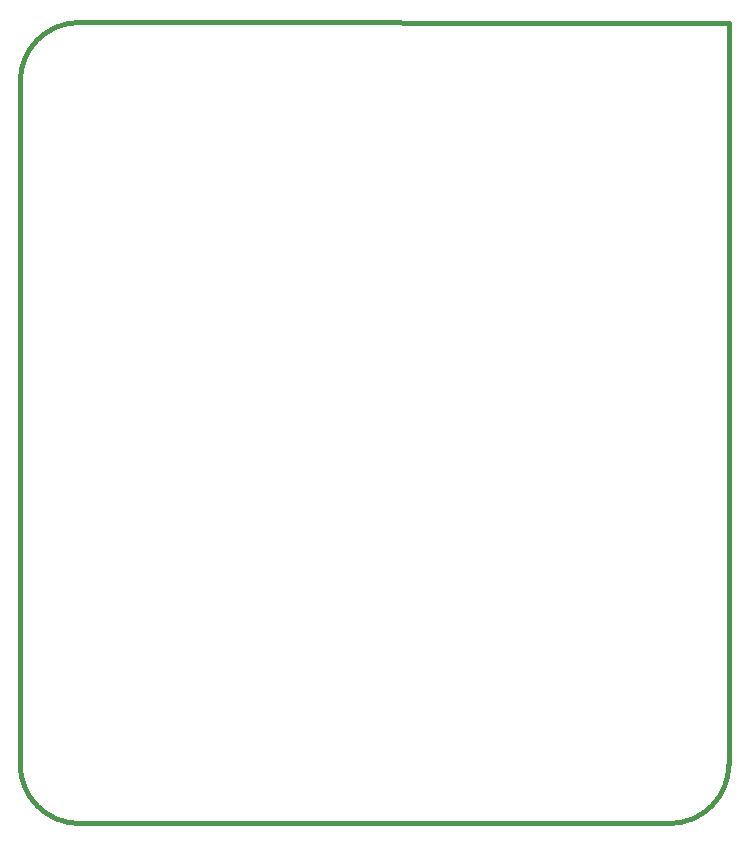
<source format=gbr>
%TF.GenerationSoftware,KiCad,Pcbnew,8.0.5*%
%TF.CreationDate,2025-11-07T08:13:22-03:00*%
%TF.ProjectId,sfp_moduloIC,7366705f-6d6f-4647-956c-6f49432e6b69,v1.0*%
%TF.SameCoordinates,Original*%
%TF.FileFunction,Profile,NP*%
%FSLAX46Y46*%
G04 Gerber Fmt 4.6, Leading zero omitted, Abs format (unit mm)*
G04 Created by KiCad (PCBNEW 8.0.5) date 2025-11-07 08:13:22*
%MOMM*%
%LPD*%
G01*
G04 APERTURE LIST*
%TA.AperFunction,Profile*%
%ADD10C,0.400000*%
%TD*%
G04 APERTURE END LIST*
D10*
X120105535Y-118274466D02*
G75*
G02*
X115105534Y-113274466I-35J4999966D01*
G01*
X115105536Y-55456266D02*
G75*
G02*
X120105535Y-50456266I5000084J-84D01*
G01*
X170105537Y-118274466D02*
X120105535Y-118274466D01*
X175105536Y-113274466D02*
G75*
G02*
X170105537Y-118274466I-4999916J-84D01*
G01*
X120105535Y-50456266D02*
X175105536Y-50466266D01*
X115105536Y-113274466D02*
X115105536Y-55456266D01*
X175105536Y-50466266D02*
X175105536Y-113274466D01*
M02*

</source>
